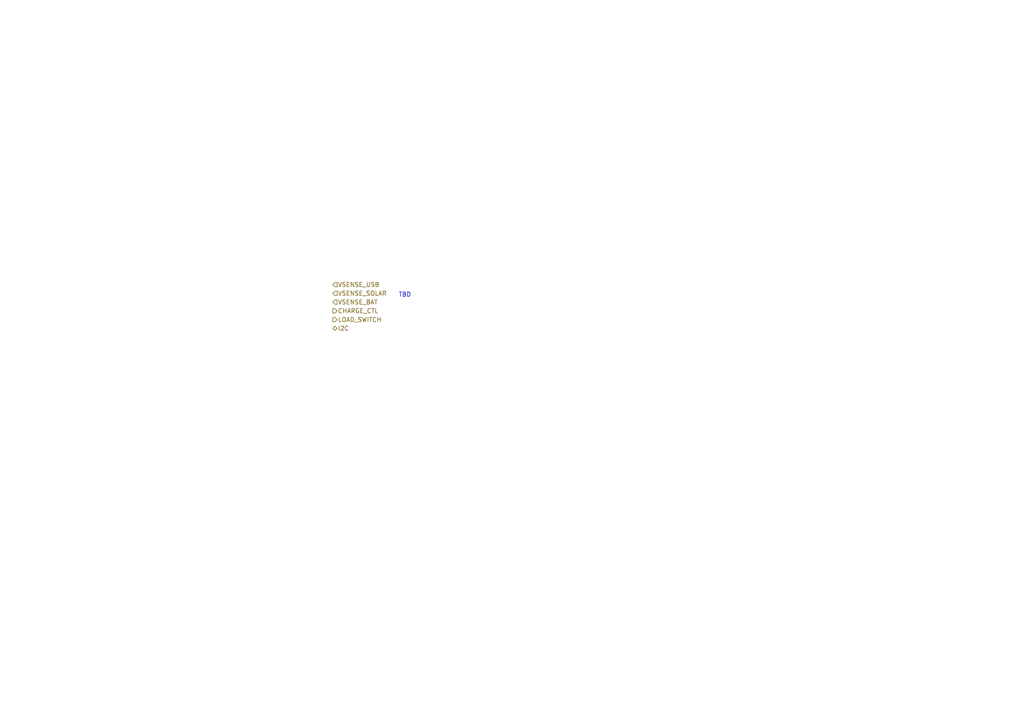
<source format=kicad_sch>
(kicad_sch (version 20211123) (generator eeschema)
  (paper "A4")
  (title_block (title "MCU") (date "2022-01-20") (rev "0.0.1"))
  (lib_symbols)
  (text "TBD" (at 115.57 86.36 0) (effects (font (size 1.27 1.27)) (justify left bottom)))
  (hierarchical_label "CHARGE_CTL" (shape output) (at 96.52 90.17 0))
  (hierarchical_label "I2C" (shape bidirectional) (at 96.52 95.25 0))
  (hierarchical_label "VSENSE_SOLAR" (shape input) (at 96.52 85.09 0))
  (hierarchical_label "LOAD_SWITCH" (shape output) (at 96.52 92.71 0))
  (hierarchical_label "VSENSE_USB" (shape input) (at 96.52 82.55 0))
  (hierarchical_label "VSENSE_BAT" (shape input) (at 96.52 87.63 0))
)
</source>
